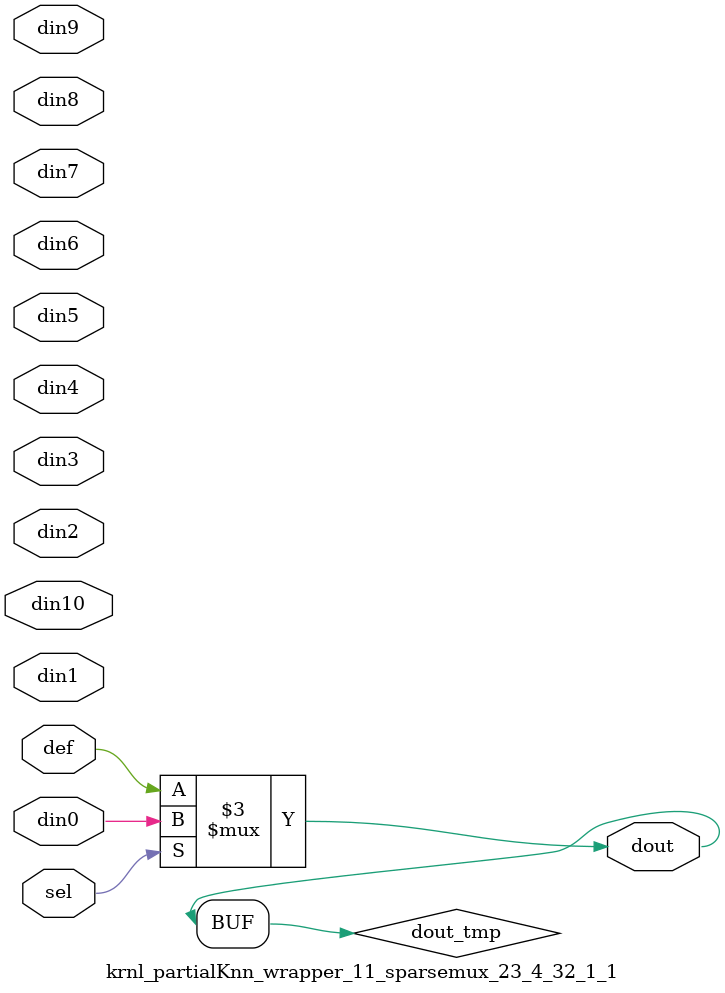
<source format=v>
`timescale 1ns / 1ps

module krnl_partialKnn_wrapper_11_sparsemux_23_4_32_1_1 (din0,din1,din2,din3,din4,din5,din6,din7,din8,din9,din10,def,sel,dout);

parameter din0_WIDTH = 1;

parameter din1_WIDTH = 1;

parameter din2_WIDTH = 1;

parameter din3_WIDTH = 1;

parameter din4_WIDTH = 1;

parameter din5_WIDTH = 1;

parameter din6_WIDTH = 1;

parameter din7_WIDTH = 1;

parameter din8_WIDTH = 1;

parameter din9_WIDTH = 1;

parameter din10_WIDTH = 1;

parameter def_WIDTH = 1;
parameter sel_WIDTH = 1;
parameter dout_WIDTH = 1;

parameter [sel_WIDTH-1:0] CASE0 = 1;

parameter [sel_WIDTH-1:0] CASE1 = 1;

parameter [sel_WIDTH-1:0] CASE2 = 1;

parameter [sel_WIDTH-1:0] CASE3 = 1;

parameter [sel_WIDTH-1:0] CASE4 = 1;

parameter [sel_WIDTH-1:0] CASE5 = 1;

parameter [sel_WIDTH-1:0] CASE6 = 1;

parameter [sel_WIDTH-1:0] CASE7 = 1;

parameter [sel_WIDTH-1:0] CASE8 = 1;

parameter [sel_WIDTH-1:0] CASE9 = 1;

parameter [sel_WIDTH-1:0] CASE10 = 1;

parameter ID = 1;
parameter NUM_STAGE = 1;



input [din0_WIDTH-1:0] din0;

input [din1_WIDTH-1:0] din1;

input [din2_WIDTH-1:0] din2;

input [din3_WIDTH-1:0] din3;

input [din4_WIDTH-1:0] din4;

input [din5_WIDTH-1:0] din5;

input [din6_WIDTH-1:0] din6;

input [din7_WIDTH-1:0] din7;

input [din8_WIDTH-1:0] din8;

input [din9_WIDTH-1:0] din9;

input [din10_WIDTH-1:0] din10;

input [def_WIDTH-1:0] def;
input [sel_WIDTH-1:0] sel;

output [dout_WIDTH-1:0] dout;



reg [dout_WIDTH-1:0] dout_tmp;

always @ (*) begin
case (sel)
    
    CASE0 : dout_tmp = din0;
    
    CASE1 : dout_tmp = din1;
    
    CASE2 : dout_tmp = din2;
    
    CASE3 : dout_tmp = din3;
    
    CASE4 : dout_tmp = din4;
    
    CASE5 : dout_tmp = din5;
    
    CASE6 : dout_tmp = din6;
    
    CASE7 : dout_tmp = din7;
    
    CASE8 : dout_tmp = din8;
    
    CASE9 : dout_tmp = din9;
    
    CASE10 : dout_tmp = din10;
    
    default : dout_tmp = def;
endcase
end


assign dout = dout_tmp;



endmodule

</source>
